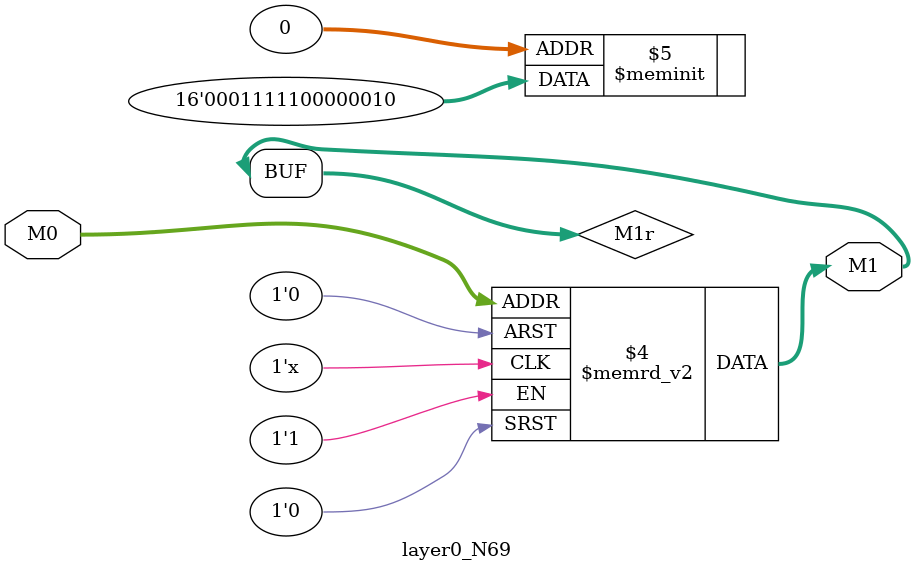
<source format=v>
module layer0_N69 ( input [2:0] M0, output [1:0] M1 );

	(*rom_style = "distributed" *) reg [1:0] M1r;
	assign M1 = M1r;
	always @ (M0) begin
		case (M0)
			3'b000: M1r = 2'b10;
			3'b100: M1r = 2'b11;
			3'b010: M1r = 2'b00;
			3'b110: M1r = 2'b01;
			3'b001: M1r = 2'b00;
			3'b101: M1r = 2'b11;
			3'b011: M1r = 2'b00;
			3'b111: M1r = 2'b00;

		endcase
	end
endmodule

</source>
